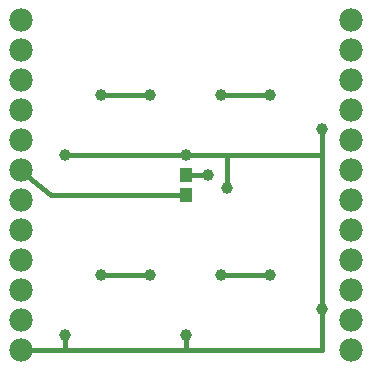
<source format=gbl>
G04 MADE WITH FRITZING*
G04 WWW.FRITZING.ORG*
G04 DOUBLE SIDED*
G04 HOLES PLATED*
G04 CONTOUR ON CENTER OF CONTOUR VECTOR*
%ASAXBY*%
%FSLAX23Y23*%
%MOIN*%
%OFA0B0*%
%SFA1.0B1.0*%
%ADD10C,0.078000*%
%ADD11C,0.039370*%
%ADD12R,0.043307X0.047244*%
%ADD13C,0.016000*%
%LNCOPPER0*%
G90*
G70*
G54D10*
X100Y1200D03*
X100Y1100D03*
X100Y1000D03*
X100Y900D03*
X100Y800D03*
X100Y700D03*
X100Y600D03*
X100Y500D03*
X100Y400D03*
X100Y300D03*
X100Y200D03*
X100Y100D03*
X1200Y1200D03*
X1200Y1100D03*
X1200Y1000D03*
X1200Y900D03*
X1200Y800D03*
X1200Y700D03*
X1200Y600D03*
X1200Y500D03*
X1200Y400D03*
X1200Y300D03*
X1200Y200D03*
X1200Y100D03*
G54D11*
X531Y351D03*
X769Y351D03*
X369Y351D03*
X931Y351D03*
X931Y953D03*
X531Y951D03*
X769Y953D03*
X369Y951D03*
X249Y750D03*
X650Y752D03*
X249Y151D03*
X650Y150D03*
X724Y684D03*
X1106Y837D03*
X1104Y237D03*
X787Y642D03*
G54D12*
X650Y685D03*
X650Y618D03*
G54D13*
X512Y951D02*
X388Y951D01*
D02*
X912Y953D02*
X788Y953D01*
D02*
X512Y351D02*
X388Y351D01*
D02*
X912Y351D02*
X788Y351D01*
D02*
X705Y684D02*
X666Y685D01*
D02*
X201Y618D02*
X634Y618D01*
D02*
X123Y681D02*
X201Y618D01*
D02*
X631Y752D02*
X268Y750D01*
D02*
X669Y752D02*
X787Y752D01*
D02*
X787Y752D02*
X787Y661D01*
D02*
X130Y100D02*
X249Y100D01*
D02*
X249Y100D02*
X249Y132D01*
D02*
X650Y100D02*
X650Y131D01*
D02*
X130Y100D02*
X650Y100D01*
D02*
X1104Y100D02*
X1104Y218D01*
D02*
X130Y100D02*
X1104Y100D01*
D02*
X1104Y256D02*
X1106Y818D01*
D02*
X669Y752D02*
X1106Y752D01*
D02*
X1106Y752D02*
X1106Y818D01*
G04 End of Copper0*
M02*
</source>
